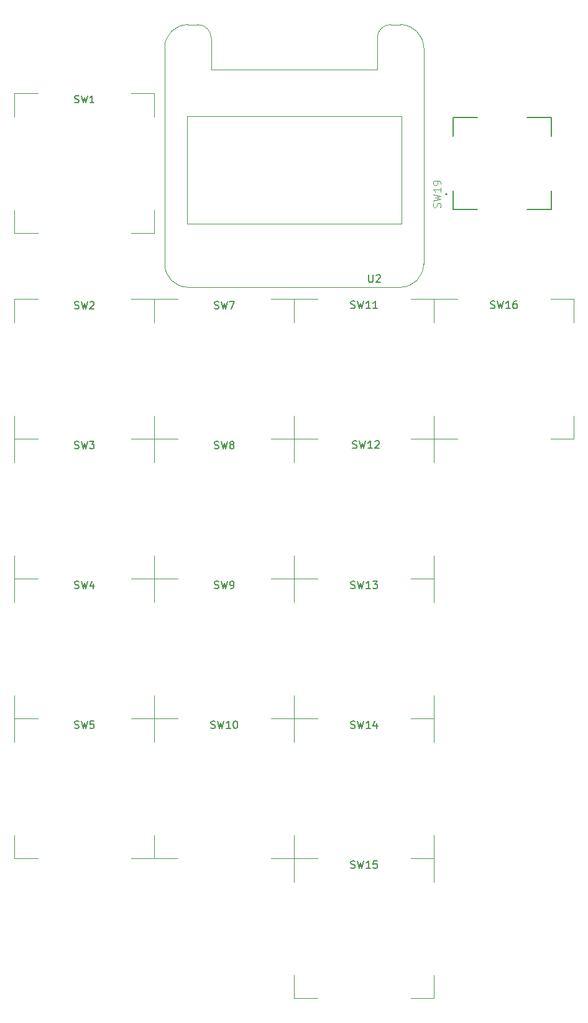
<source format=gbr>
%TF.GenerationSoftware,KiCad,Pcbnew,(5.1.6)-1*%
%TF.CreationDate,2021-03-03T01:18:26-05:00*%
%TF.ProjectId,Numpadulator,4e756d70-6164-4756-9c61-746f722e6b69,rev?*%
%TF.SameCoordinates,Original*%
%TF.FileFunction,Legend,Top*%
%TF.FilePolarity,Positive*%
%FSLAX46Y46*%
G04 Gerber Fmt 4.6, Leading zero omitted, Abs format (unit mm)*
G04 Created by KiCad (PCBNEW (5.1.6)-1) date 2021-03-03 01:18:26*
%MOMM*%
%LPD*%
G01*
G04 APERTURE LIST*
%ADD10C,0.120000*%
%ADD11C,0.127000*%
%ADD12C,0.200000*%
%ADD13C,0.150000*%
%ADD14C,0.015000*%
G04 APERTURE END LIST*
D10*
%TO.C,SW16*%
X128587500Y-74612500D02*
X130175000Y-74612500D01*
X130175000Y-74612500D02*
X130175000Y-76200000D01*
X128587500Y-74612500D02*
X127000000Y-74612500D01*
X130175000Y-76200000D02*
X130175000Y-77787500D01*
X130175000Y-93662500D02*
X130175000Y-90487500D01*
X130175000Y-93662500D02*
X127000000Y-93662500D01*
X111125000Y-93662500D02*
X114300000Y-93662500D01*
X111125000Y-93662500D02*
X111125000Y-90487500D01*
X111125000Y-74612500D02*
X114300000Y-74612500D01*
X111125000Y-74612500D02*
X111125000Y-77787500D01*
%TO.C,SW2*%
X71437500Y-74612500D02*
X73025000Y-74612500D01*
X73025000Y-74612500D02*
X73025000Y-76200000D01*
X71437500Y-74612500D02*
X69850000Y-74612500D01*
X73025000Y-76200000D02*
X73025000Y-77787500D01*
X73025000Y-93662500D02*
X73025000Y-90487500D01*
X73025000Y-93662500D02*
X69850000Y-93662500D01*
X53975000Y-93662500D02*
X57150000Y-93662500D01*
X53975000Y-93662500D02*
X53975000Y-90487500D01*
X53975000Y-74612500D02*
X57150000Y-74612500D01*
X53975000Y-74612500D02*
X53975000Y-77787500D01*
%TO.C,SW1*%
X71437500Y-46609000D02*
X73025000Y-46609000D01*
X73025000Y-46609000D02*
X73025000Y-48196500D01*
X71437500Y-46609000D02*
X69850000Y-46609000D01*
X73025000Y-48196500D02*
X73025000Y-49784000D01*
X73025000Y-65659000D02*
X73025000Y-62484000D01*
X73025000Y-65659000D02*
X69850000Y-65659000D01*
X53975000Y-65659000D02*
X57150000Y-65659000D01*
X53975000Y-65659000D02*
X53975000Y-62484000D01*
X53975000Y-46609000D02*
X57150000Y-46609000D01*
X53975000Y-46609000D02*
X53975000Y-49784000D01*
%TO.C,SW12*%
X109537500Y-93662500D02*
X111125000Y-93662500D01*
X111125000Y-93662500D02*
X111125000Y-95250000D01*
X109537500Y-93662500D02*
X107950000Y-93662500D01*
X111125000Y-95250000D02*
X111125000Y-96837500D01*
X111125000Y-112712500D02*
X111125000Y-109537500D01*
X111125000Y-112712500D02*
X107950000Y-112712500D01*
X92075000Y-112712500D02*
X95250000Y-112712500D01*
X92075000Y-112712500D02*
X92075000Y-109537500D01*
X92075000Y-93662500D02*
X95250000Y-93662500D01*
X92075000Y-93662500D02*
X92075000Y-96837500D01*
D11*
%TO.C,SW19*%
X116996000Y-62384000D02*
X113696000Y-62384000D01*
X113696000Y-62384000D02*
X113696000Y-59834000D01*
X113696000Y-52434000D02*
X113696000Y-49884000D01*
X113696000Y-49884000D02*
X116996000Y-49884000D01*
X123796000Y-62384000D02*
X127096000Y-62384000D01*
X127096000Y-62384000D02*
X127096000Y-59834000D01*
X127096000Y-52434000D02*
X127096000Y-49884000D01*
X127096000Y-49884000D02*
X123796000Y-49884000D01*
D12*
X112896000Y-60334000D02*
G75*
G03*
X112896000Y-60334000I-100000J0D01*
G01*
D10*
%TO.C,SW15*%
X109537500Y-150812500D02*
X111125000Y-150812500D01*
X111125000Y-150812500D02*
X111125000Y-152400000D01*
X109537500Y-150812500D02*
X107950000Y-150812500D01*
X111125000Y-152400000D02*
X111125000Y-153987500D01*
X111125000Y-169862500D02*
X111125000Y-166687500D01*
X111125000Y-169862500D02*
X107950000Y-169862500D01*
X92075000Y-169862500D02*
X95250000Y-169862500D01*
X92075000Y-169862500D02*
X92075000Y-166687500D01*
X92075000Y-150812500D02*
X95250000Y-150812500D01*
X92075000Y-150812500D02*
X92075000Y-153987500D01*
%TO.C,SW14*%
X109537500Y-131762500D02*
X111125000Y-131762500D01*
X111125000Y-131762500D02*
X111125000Y-133350000D01*
X109537500Y-131762500D02*
X107950000Y-131762500D01*
X111125000Y-133350000D02*
X111125000Y-134937500D01*
X111125000Y-150812500D02*
X111125000Y-147637500D01*
X111125000Y-150812500D02*
X107950000Y-150812500D01*
X92075000Y-150812500D02*
X95250000Y-150812500D01*
X92075000Y-150812500D02*
X92075000Y-147637500D01*
X92075000Y-131762500D02*
X95250000Y-131762500D01*
X92075000Y-131762500D02*
X92075000Y-134937500D01*
%TO.C,SW13*%
X109537500Y-112712500D02*
X111125000Y-112712500D01*
X111125000Y-112712500D02*
X111125000Y-114300000D01*
X109537500Y-112712500D02*
X107950000Y-112712500D01*
X111125000Y-114300000D02*
X111125000Y-115887500D01*
X111125000Y-131762500D02*
X111125000Y-128587500D01*
X111125000Y-131762500D02*
X107950000Y-131762500D01*
X92075000Y-131762500D02*
X95250000Y-131762500D01*
X92075000Y-131762500D02*
X92075000Y-128587500D01*
X92075000Y-112712500D02*
X95250000Y-112712500D01*
X92075000Y-112712500D02*
X92075000Y-115887500D01*
%TO.C,SW11*%
X109537500Y-74612500D02*
X111125000Y-74612500D01*
X111125000Y-74612500D02*
X111125000Y-76200000D01*
X109537500Y-74612500D02*
X107950000Y-74612500D01*
X111125000Y-76200000D02*
X111125000Y-77787500D01*
X111125000Y-93662500D02*
X111125000Y-90487500D01*
X111125000Y-93662500D02*
X107950000Y-93662500D01*
X92075000Y-93662500D02*
X95250000Y-93662500D01*
X92075000Y-93662500D02*
X92075000Y-90487500D01*
X92075000Y-74612500D02*
X95250000Y-74612500D01*
X92075000Y-74612500D02*
X92075000Y-77787500D01*
%TO.C,SW10*%
X90487500Y-131762500D02*
X92075000Y-131762500D01*
X92075000Y-131762500D02*
X92075000Y-133350000D01*
X90487500Y-131762500D02*
X88900000Y-131762500D01*
X92075000Y-133350000D02*
X92075000Y-134937500D01*
X92075000Y-150812500D02*
X92075000Y-147637500D01*
X92075000Y-150812500D02*
X88900000Y-150812500D01*
X73025000Y-150812500D02*
X76200000Y-150812500D01*
X73025000Y-150812500D02*
X73025000Y-147637500D01*
X73025000Y-131762500D02*
X76200000Y-131762500D01*
X73025000Y-131762500D02*
X73025000Y-134937500D01*
%TO.C,SW9*%
X90487500Y-112712500D02*
X92075000Y-112712500D01*
X92075000Y-112712500D02*
X92075000Y-114300000D01*
X90487500Y-112712500D02*
X88900000Y-112712500D01*
X92075000Y-114300000D02*
X92075000Y-115887500D01*
X92075000Y-131762500D02*
X92075000Y-128587500D01*
X92075000Y-131762500D02*
X88900000Y-131762500D01*
X73025000Y-131762500D02*
X76200000Y-131762500D01*
X73025000Y-131762500D02*
X73025000Y-128587500D01*
X73025000Y-112712500D02*
X76200000Y-112712500D01*
X73025000Y-112712500D02*
X73025000Y-115887500D01*
%TO.C,SW8*%
X90487500Y-93662500D02*
X92075000Y-93662500D01*
X92075000Y-93662500D02*
X92075000Y-95250000D01*
X90487500Y-93662500D02*
X88900000Y-93662500D01*
X92075000Y-95250000D02*
X92075000Y-96837500D01*
X92075000Y-112712500D02*
X92075000Y-109537500D01*
X92075000Y-112712500D02*
X88900000Y-112712500D01*
X73025000Y-112712500D02*
X76200000Y-112712500D01*
X73025000Y-112712500D02*
X73025000Y-109537500D01*
X73025000Y-93662500D02*
X76200000Y-93662500D01*
X73025000Y-93662500D02*
X73025000Y-96837500D01*
%TO.C,SW7*%
X90487500Y-74612500D02*
X92075000Y-74612500D01*
X92075000Y-74612500D02*
X92075000Y-76200000D01*
X90487500Y-74612500D02*
X88900000Y-74612500D01*
X92075000Y-76200000D02*
X92075000Y-77787500D01*
X92075000Y-93662500D02*
X92075000Y-90487500D01*
X92075000Y-93662500D02*
X88900000Y-93662500D01*
X73025000Y-93662500D02*
X76200000Y-93662500D01*
X73025000Y-93662500D02*
X73025000Y-90487500D01*
X73025000Y-74612500D02*
X76200000Y-74612500D01*
X73025000Y-74612500D02*
X73025000Y-77787500D01*
%TO.C,SW5*%
X71437500Y-131762500D02*
X73025000Y-131762500D01*
X73025000Y-131762500D02*
X73025000Y-133350000D01*
X71437500Y-131762500D02*
X69850000Y-131762500D01*
X73025000Y-133350000D02*
X73025000Y-134937500D01*
X73025000Y-150812500D02*
X73025000Y-147637500D01*
X73025000Y-150812500D02*
X69850000Y-150812500D01*
X53975000Y-150812500D02*
X57150000Y-150812500D01*
X53975000Y-150812500D02*
X53975000Y-147637500D01*
X53975000Y-131762500D02*
X57150000Y-131762500D01*
X53975000Y-131762500D02*
X53975000Y-134937500D01*
%TO.C,SW4*%
X71437500Y-112712500D02*
X73025000Y-112712500D01*
X73025000Y-112712500D02*
X73025000Y-114300000D01*
X71437500Y-112712500D02*
X69850000Y-112712500D01*
X73025000Y-114300000D02*
X73025000Y-115887500D01*
X73025000Y-131762500D02*
X73025000Y-128587500D01*
X73025000Y-131762500D02*
X69850000Y-131762500D01*
X53975000Y-131762500D02*
X57150000Y-131762500D01*
X53975000Y-131762500D02*
X53975000Y-128587500D01*
X53975000Y-112712500D02*
X57150000Y-112712500D01*
X53975000Y-112712500D02*
X53975000Y-115887500D01*
%TO.C,SW3*%
X71437500Y-93662500D02*
X73025000Y-93662500D01*
X73025000Y-93662500D02*
X73025000Y-95250000D01*
X71437500Y-93662500D02*
X69850000Y-93662500D01*
X73025000Y-95250000D02*
X73025000Y-96837500D01*
X73025000Y-112712500D02*
X73025000Y-109537500D01*
X73025000Y-112712500D02*
X69850000Y-112712500D01*
X53975000Y-112712500D02*
X57150000Y-112712500D01*
X53975000Y-112712500D02*
X53975000Y-109537500D01*
X53975000Y-93662500D02*
X57150000Y-93662500D01*
X53975000Y-93662500D02*
X53975000Y-96837500D01*
%TO.C,U2*%
X106663000Y-64372000D02*
X77487000Y-64372000D01*
X77487000Y-64372000D02*
X77487000Y-49674000D01*
X106663000Y-64372000D02*
X106663000Y-49674000D01*
X103395000Y-43324000D02*
X103395000Y-39036000D01*
X105203000Y-37228000D02*
X106555000Y-37228000D01*
X109711000Y-69850000D02*
X109711000Y-40386000D01*
X77597000Y-73008000D02*
X106553000Y-73008000D01*
X80755000Y-43324000D02*
X80755000Y-39036000D01*
X74439000Y-69850000D02*
X74439000Y-40386000D01*
X103395000Y-43324000D02*
X80755000Y-43324000D01*
X78947000Y-37228000D02*
X77595000Y-37228000D01*
X106663000Y-49674000D02*
X77487000Y-49674000D01*
X105201000Y-37228000D02*
G75*
G03*
X103395000Y-39038000I2000J-1808000D01*
G01*
X106553000Y-37228000D02*
G75*
G02*
X109711000Y-40386000I0J-3158000D01*
G01*
X109711000Y-69850000D02*
G75*
G02*
X106553000Y-73008000I-3158000J0D01*
G01*
X74439000Y-69850000D02*
G75*
G03*
X77597000Y-73008000I3158000J0D01*
G01*
X78949000Y-37228000D02*
G75*
G02*
X80755000Y-39038000I-2000J-1808000D01*
G01*
X77597000Y-37228000D02*
G75*
G03*
X74439000Y-40386000I0J-3158000D01*
G01*
%TO.C,SW16*%
D13*
X118840476Y-75842761D02*
X118983333Y-75890380D01*
X119221428Y-75890380D01*
X119316666Y-75842761D01*
X119364285Y-75795142D01*
X119411904Y-75699904D01*
X119411904Y-75604666D01*
X119364285Y-75509428D01*
X119316666Y-75461809D01*
X119221428Y-75414190D01*
X119030952Y-75366571D01*
X118935714Y-75318952D01*
X118888095Y-75271333D01*
X118840476Y-75176095D01*
X118840476Y-75080857D01*
X118888095Y-74985619D01*
X118935714Y-74938000D01*
X119030952Y-74890380D01*
X119269047Y-74890380D01*
X119411904Y-74938000D01*
X119745238Y-74890380D02*
X119983333Y-75890380D01*
X120173809Y-75176095D01*
X120364285Y-75890380D01*
X120602380Y-74890380D01*
X121507142Y-75890380D02*
X120935714Y-75890380D01*
X121221428Y-75890380D02*
X121221428Y-74890380D01*
X121126190Y-75033238D01*
X121030952Y-75128476D01*
X120935714Y-75176095D01*
X122364285Y-74890380D02*
X122173809Y-74890380D01*
X122078571Y-74938000D01*
X122030952Y-74985619D01*
X121935714Y-75128476D01*
X121888095Y-75318952D01*
X121888095Y-75699904D01*
X121935714Y-75795142D01*
X121983333Y-75842761D01*
X122078571Y-75890380D01*
X122269047Y-75890380D01*
X122364285Y-75842761D01*
X122411904Y-75795142D01*
X122459523Y-75699904D01*
X122459523Y-75461809D01*
X122411904Y-75366571D01*
X122364285Y-75318952D01*
X122269047Y-75271333D01*
X122078571Y-75271333D01*
X121983333Y-75318952D01*
X121935714Y-75366571D01*
X121888095Y-75461809D01*
%TO.C,SW2*%
X62166666Y-75906261D02*
X62309523Y-75953880D01*
X62547619Y-75953880D01*
X62642857Y-75906261D01*
X62690476Y-75858642D01*
X62738095Y-75763404D01*
X62738095Y-75668166D01*
X62690476Y-75572928D01*
X62642857Y-75525309D01*
X62547619Y-75477690D01*
X62357142Y-75430071D01*
X62261904Y-75382452D01*
X62214285Y-75334833D01*
X62166666Y-75239595D01*
X62166666Y-75144357D01*
X62214285Y-75049119D01*
X62261904Y-75001500D01*
X62357142Y-74953880D01*
X62595238Y-74953880D01*
X62738095Y-75001500D01*
X63071428Y-74953880D02*
X63309523Y-75953880D01*
X63500000Y-75239595D01*
X63690476Y-75953880D01*
X63928571Y-74953880D01*
X64261904Y-75049119D02*
X64309523Y-75001500D01*
X64404761Y-74953880D01*
X64642857Y-74953880D01*
X64738095Y-75001500D01*
X64785714Y-75049119D01*
X64833333Y-75144357D01*
X64833333Y-75239595D01*
X64785714Y-75382452D01*
X64214285Y-75953880D01*
X64833333Y-75953880D01*
%TO.C,SW1*%
X62166666Y-47839261D02*
X62309523Y-47886880D01*
X62547619Y-47886880D01*
X62642857Y-47839261D01*
X62690476Y-47791642D01*
X62738095Y-47696404D01*
X62738095Y-47601166D01*
X62690476Y-47505928D01*
X62642857Y-47458309D01*
X62547619Y-47410690D01*
X62357142Y-47363071D01*
X62261904Y-47315452D01*
X62214285Y-47267833D01*
X62166666Y-47172595D01*
X62166666Y-47077357D01*
X62214285Y-46982119D01*
X62261904Y-46934500D01*
X62357142Y-46886880D01*
X62595238Y-46886880D01*
X62738095Y-46934500D01*
X63071428Y-46886880D02*
X63309523Y-47886880D01*
X63500000Y-47172595D01*
X63690476Y-47886880D01*
X63928571Y-46886880D01*
X64833333Y-47886880D02*
X64261904Y-47886880D01*
X64547619Y-47886880D02*
X64547619Y-46886880D01*
X64452380Y-47029738D01*
X64357142Y-47124976D01*
X64261904Y-47172595D01*
%TO.C,SW12*%
X100044476Y-94892761D02*
X100187333Y-94940380D01*
X100425428Y-94940380D01*
X100520666Y-94892761D01*
X100568285Y-94845142D01*
X100615904Y-94749904D01*
X100615904Y-94654666D01*
X100568285Y-94559428D01*
X100520666Y-94511809D01*
X100425428Y-94464190D01*
X100234952Y-94416571D01*
X100139714Y-94368952D01*
X100092095Y-94321333D01*
X100044476Y-94226095D01*
X100044476Y-94130857D01*
X100092095Y-94035619D01*
X100139714Y-93988000D01*
X100234952Y-93940380D01*
X100473047Y-93940380D01*
X100615904Y-93988000D01*
X100949238Y-93940380D02*
X101187333Y-94940380D01*
X101377809Y-94226095D01*
X101568285Y-94940380D01*
X101806380Y-93940380D01*
X102711142Y-94940380D02*
X102139714Y-94940380D01*
X102425428Y-94940380D02*
X102425428Y-93940380D01*
X102330190Y-94083238D01*
X102234952Y-94178476D01*
X102139714Y-94226095D01*
X103092095Y-94035619D02*
X103139714Y-93988000D01*
X103234952Y-93940380D01*
X103473047Y-93940380D01*
X103568285Y-93988000D01*
X103615904Y-94035619D01*
X103663523Y-94130857D01*
X103663523Y-94226095D01*
X103615904Y-94368952D01*
X103044476Y-94940380D01*
X103663523Y-94940380D01*
%TO.C,SW19*%
D14*
X111965761Y-62118523D02*
X112013380Y-61975666D01*
X112013380Y-61737571D01*
X111965761Y-61642333D01*
X111918142Y-61594714D01*
X111822904Y-61547095D01*
X111727666Y-61547095D01*
X111632428Y-61594714D01*
X111584809Y-61642333D01*
X111537190Y-61737571D01*
X111489571Y-61928047D01*
X111441952Y-62023285D01*
X111394333Y-62070904D01*
X111299095Y-62118523D01*
X111203857Y-62118523D01*
X111108619Y-62070904D01*
X111061000Y-62023285D01*
X111013380Y-61928047D01*
X111013380Y-61689952D01*
X111061000Y-61547095D01*
X111013380Y-61213761D02*
X112013380Y-60975666D01*
X111299095Y-60785190D01*
X112013380Y-60594714D01*
X111013380Y-60356619D01*
X112013380Y-59451857D02*
X112013380Y-60023285D01*
X112013380Y-59737571D02*
X111013380Y-59737571D01*
X111156238Y-59832809D01*
X111251476Y-59928047D01*
X111299095Y-60023285D01*
X112013380Y-58975666D02*
X112013380Y-58785190D01*
X111965761Y-58689952D01*
X111918142Y-58642333D01*
X111775285Y-58547095D01*
X111584809Y-58499476D01*
X111203857Y-58499476D01*
X111108619Y-58547095D01*
X111061000Y-58594714D01*
X111013380Y-58689952D01*
X111013380Y-58880428D01*
X111061000Y-58975666D01*
X111108619Y-59023285D01*
X111203857Y-59070904D01*
X111441952Y-59070904D01*
X111537190Y-59023285D01*
X111584809Y-58975666D01*
X111632428Y-58880428D01*
X111632428Y-58689952D01*
X111584809Y-58594714D01*
X111537190Y-58547095D01*
X111441952Y-58499476D01*
%TO.C,SW15*%
D13*
X99790476Y-152106261D02*
X99933333Y-152153880D01*
X100171428Y-152153880D01*
X100266666Y-152106261D01*
X100314285Y-152058642D01*
X100361904Y-151963404D01*
X100361904Y-151868166D01*
X100314285Y-151772928D01*
X100266666Y-151725309D01*
X100171428Y-151677690D01*
X99980952Y-151630071D01*
X99885714Y-151582452D01*
X99838095Y-151534833D01*
X99790476Y-151439595D01*
X99790476Y-151344357D01*
X99838095Y-151249119D01*
X99885714Y-151201500D01*
X99980952Y-151153880D01*
X100219047Y-151153880D01*
X100361904Y-151201500D01*
X100695238Y-151153880D02*
X100933333Y-152153880D01*
X101123809Y-151439595D01*
X101314285Y-152153880D01*
X101552380Y-151153880D01*
X102457142Y-152153880D02*
X101885714Y-152153880D01*
X102171428Y-152153880D02*
X102171428Y-151153880D01*
X102076190Y-151296738D01*
X101980952Y-151391976D01*
X101885714Y-151439595D01*
X103361904Y-151153880D02*
X102885714Y-151153880D01*
X102838095Y-151630071D01*
X102885714Y-151582452D01*
X102980952Y-151534833D01*
X103219047Y-151534833D01*
X103314285Y-151582452D01*
X103361904Y-151630071D01*
X103409523Y-151725309D01*
X103409523Y-151963404D01*
X103361904Y-152058642D01*
X103314285Y-152106261D01*
X103219047Y-152153880D01*
X102980952Y-152153880D01*
X102885714Y-152106261D01*
X102838095Y-152058642D01*
%TO.C,SW14*%
X99790476Y-133056261D02*
X99933333Y-133103880D01*
X100171428Y-133103880D01*
X100266666Y-133056261D01*
X100314285Y-133008642D01*
X100361904Y-132913404D01*
X100361904Y-132818166D01*
X100314285Y-132722928D01*
X100266666Y-132675309D01*
X100171428Y-132627690D01*
X99980952Y-132580071D01*
X99885714Y-132532452D01*
X99838095Y-132484833D01*
X99790476Y-132389595D01*
X99790476Y-132294357D01*
X99838095Y-132199119D01*
X99885714Y-132151500D01*
X99980952Y-132103880D01*
X100219047Y-132103880D01*
X100361904Y-132151500D01*
X100695238Y-132103880D02*
X100933333Y-133103880D01*
X101123809Y-132389595D01*
X101314285Y-133103880D01*
X101552380Y-132103880D01*
X102457142Y-133103880D02*
X101885714Y-133103880D01*
X102171428Y-133103880D02*
X102171428Y-132103880D01*
X102076190Y-132246738D01*
X101980952Y-132341976D01*
X101885714Y-132389595D01*
X103314285Y-132437214D02*
X103314285Y-133103880D01*
X103076190Y-132056261D02*
X102838095Y-132770547D01*
X103457142Y-132770547D01*
%TO.C,SW13*%
X99790476Y-114006261D02*
X99933333Y-114053880D01*
X100171428Y-114053880D01*
X100266666Y-114006261D01*
X100314285Y-113958642D01*
X100361904Y-113863404D01*
X100361904Y-113768166D01*
X100314285Y-113672928D01*
X100266666Y-113625309D01*
X100171428Y-113577690D01*
X99980952Y-113530071D01*
X99885714Y-113482452D01*
X99838095Y-113434833D01*
X99790476Y-113339595D01*
X99790476Y-113244357D01*
X99838095Y-113149119D01*
X99885714Y-113101500D01*
X99980952Y-113053880D01*
X100219047Y-113053880D01*
X100361904Y-113101500D01*
X100695238Y-113053880D02*
X100933333Y-114053880D01*
X101123809Y-113339595D01*
X101314285Y-114053880D01*
X101552380Y-113053880D01*
X102457142Y-114053880D02*
X101885714Y-114053880D01*
X102171428Y-114053880D02*
X102171428Y-113053880D01*
X102076190Y-113196738D01*
X101980952Y-113291976D01*
X101885714Y-113339595D01*
X102790476Y-113053880D02*
X103409523Y-113053880D01*
X103076190Y-113434833D01*
X103219047Y-113434833D01*
X103314285Y-113482452D01*
X103361904Y-113530071D01*
X103409523Y-113625309D01*
X103409523Y-113863404D01*
X103361904Y-113958642D01*
X103314285Y-114006261D01*
X103219047Y-114053880D01*
X102933333Y-114053880D01*
X102838095Y-114006261D01*
X102790476Y-113958642D01*
%TO.C,SW11*%
X99790476Y-75842761D02*
X99933333Y-75890380D01*
X100171428Y-75890380D01*
X100266666Y-75842761D01*
X100314285Y-75795142D01*
X100361904Y-75699904D01*
X100361904Y-75604666D01*
X100314285Y-75509428D01*
X100266666Y-75461809D01*
X100171428Y-75414190D01*
X99980952Y-75366571D01*
X99885714Y-75318952D01*
X99838095Y-75271333D01*
X99790476Y-75176095D01*
X99790476Y-75080857D01*
X99838095Y-74985619D01*
X99885714Y-74938000D01*
X99980952Y-74890380D01*
X100219047Y-74890380D01*
X100361904Y-74938000D01*
X100695238Y-74890380D02*
X100933333Y-75890380D01*
X101123809Y-75176095D01*
X101314285Y-75890380D01*
X101552380Y-74890380D01*
X102457142Y-75890380D02*
X101885714Y-75890380D01*
X102171428Y-75890380D02*
X102171428Y-74890380D01*
X102076190Y-75033238D01*
X101980952Y-75128476D01*
X101885714Y-75176095D01*
X103409523Y-75890380D02*
X102838095Y-75890380D01*
X103123809Y-75890380D02*
X103123809Y-74890380D01*
X103028571Y-75033238D01*
X102933333Y-75128476D01*
X102838095Y-75176095D01*
%TO.C,SW10*%
X80740476Y-133056261D02*
X80883333Y-133103880D01*
X81121428Y-133103880D01*
X81216666Y-133056261D01*
X81264285Y-133008642D01*
X81311904Y-132913404D01*
X81311904Y-132818166D01*
X81264285Y-132722928D01*
X81216666Y-132675309D01*
X81121428Y-132627690D01*
X80930952Y-132580071D01*
X80835714Y-132532452D01*
X80788095Y-132484833D01*
X80740476Y-132389595D01*
X80740476Y-132294357D01*
X80788095Y-132199119D01*
X80835714Y-132151500D01*
X80930952Y-132103880D01*
X81169047Y-132103880D01*
X81311904Y-132151500D01*
X81645238Y-132103880D02*
X81883333Y-133103880D01*
X82073809Y-132389595D01*
X82264285Y-133103880D01*
X82502380Y-132103880D01*
X83407142Y-133103880D02*
X82835714Y-133103880D01*
X83121428Y-133103880D02*
X83121428Y-132103880D01*
X83026190Y-132246738D01*
X82930952Y-132341976D01*
X82835714Y-132389595D01*
X84026190Y-132103880D02*
X84121428Y-132103880D01*
X84216666Y-132151500D01*
X84264285Y-132199119D01*
X84311904Y-132294357D01*
X84359523Y-132484833D01*
X84359523Y-132722928D01*
X84311904Y-132913404D01*
X84264285Y-133008642D01*
X84216666Y-133056261D01*
X84121428Y-133103880D01*
X84026190Y-133103880D01*
X83930952Y-133056261D01*
X83883333Y-133008642D01*
X83835714Y-132913404D01*
X83788095Y-132722928D01*
X83788095Y-132484833D01*
X83835714Y-132294357D01*
X83883333Y-132199119D01*
X83930952Y-132151500D01*
X84026190Y-132103880D01*
%TO.C,SW9*%
X81216666Y-114006261D02*
X81359523Y-114053880D01*
X81597619Y-114053880D01*
X81692857Y-114006261D01*
X81740476Y-113958642D01*
X81788095Y-113863404D01*
X81788095Y-113768166D01*
X81740476Y-113672928D01*
X81692857Y-113625309D01*
X81597619Y-113577690D01*
X81407142Y-113530071D01*
X81311904Y-113482452D01*
X81264285Y-113434833D01*
X81216666Y-113339595D01*
X81216666Y-113244357D01*
X81264285Y-113149119D01*
X81311904Y-113101500D01*
X81407142Y-113053880D01*
X81645238Y-113053880D01*
X81788095Y-113101500D01*
X82121428Y-113053880D02*
X82359523Y-114053880D01*
X82550000Y-113339595D01*
X82740476Y-114053880D01*
X82978571Y-113053880D01*
X83407142Y-114053880D02*
X83597619Y-114053880D01*
X83692857Y-114006261D01*
X83740476Y-113958642D01*
X83835714Y-113815785D01*
X83883333Y-113625309D01*
X83883333Y-113244357D01*
X83835714Y-113149119D01*
X83788095Y-113101500D01*
X83692857Y-113053880D01*
X83502380Y-113053880D01*
X83407142Y-113101500D01*
X83359523Y-113149119D01*
X83311904Y-113244357D01*
X83311904Y-113482452D01*
X83359523Y-113577690D01*
X83407142Y-113625309D01*
X83502380Y-113672928D01*
X83692857Y-113672928D01*
X83788095Y-113625309D01*
X83835714Y-113577690D01*
X83883333Y-113482452D01*
%TO.C,SW8*%
X81216666Y-94956261D02*
X81359523Y-95003880D01*
X81597619Y-95003880D01*
X81692857Y-94956261D01*
X81740476Y-94908642D01*
X81788095Y-94813404D01*
X81788095Y-94718166D01*
X81740476Y-94622928D01*
X81692857Y-94575309D01*
X81597619Y-94527690D01*
X81407142Y-94480071D01*
X81311904Y-94432452D01*
X81264285Y-94384833D01*
X81216666Y-94289595D01*
X81216666Y-94194357D01*
X81264285Y-94099119D01*
X81311904Y-94051500D01*
X81407142Y-94003880D01*
X81645238Y-94003880D01*
X81788095Y-94051500D01*
X82121428Y-94003880D02*
X82359523Y-95003880D01*
X82550000Y-94289595D01*
X82740476Y-95003880D01*
X82978571Y-94003880D01*
X83502380Y-94432452D02*
X83407142Y-94384833D01*
X83359523Y-94337214D01*
X83311904Y-94241976D01*
X83311904Y-94194357D01*
X83359523Y-94099119D01*
X83407142Y-94051500D01*
X83502380Y-94003880D01*
X83692857Y-94003880D01*
X83788095Y-94051500D01*
X83835714Y-94099119D01*
X83883333Y-94194357D01*
X83883333Y-94241976D01*
X83835714Y-94337214D01*
X83788095Y-94384833D01*
X83692857Y-94432452D01*
X83502380Y-94432452D01*
X83407142Y-94480071D01*
X83359523Y-94527690D01*
X83311904Y-94622928D01*
X83311904Y-94813404D01*
X83359523Y-94908642D01*
X83407142Y-94956261D01*
X83502380Y-95003880D01*
X83692857Y-95003880D01*
X83788095Y-94956261D01*
X83835714Y-94908642D01*
X83883333Y-94813404D01*
X83883333Y-94622928D01*
X83835714Y-94527690D01*
X83788095Y-94480071D01*
X83692857Y-94432452D01*
%TO.C,SW7*%
X81216666Y-75906261D02*
X81359523Y-75953880D01*
X81597619Y-75953880D01*
X81692857Y-75906261D01*
X81740476Y-75858642D01*
X81788095Y-75763404D01*
X81788095Y-75668166D01*
X81740476Y-75572928D01*
X81692857Y-75525309D01*
X81597619Y-75477690D01*
X81407142Y-75430071D01*
X81311904Y-75382452D01*
X81264285Y-75334833D01*
X81216666Y-75239595D01*
X81216666Y-75144357D01*
X81264285Y-75049119D01*
X81311904Y-75001500D01*
X81407142Y-74953880D01*
X81645238Y-74953880D01*
X81788095Y-75001500D01*
X82121428Y-74953880D02*
X82359523Y-75953880D01*
X82550000Y-75239595D01*
X82740476Y-75953880D01*
X82978571Y-74953880D01*
X83264285Y-74953880D02*
X83930952Y-74953880D01*
X83502380Y-75953880D01*
%TO.C,SW5*%
X62166666Y-133056261D02*
X62309523Y-133103880D01*
X62547619Y-133103880D01*
X62642857Y-133056261D01*
X62690476Y-133008642D01*
X62738095Y-132913404D01*
X62738095Y-132818166D01*
X62690476Y-132722928D01*
X62642857Y-132675309D01*
X62547619Y-132627690D01*
X62357142Y-132580071D01*
X62261904Y-132532452D01*
X62214285Y-132484833D01*
X62166666Y-132389595D01*
X62166666Y-132294357D01*
X62214285Y-132199119D01*
X62261904Y-132151500D01*
X62357142Y-132103880D01*
X62595238Y-132103880D01*
X62738095Y-132151500D01*
X63071428Y-132103880D02*
X63309523Y-133103880D01*
X63500000Y-132389595D01*
X63690476Y-133103880D01*
X63928571Y-132103880D01*
X64785714Y-132103880D02*
X64309523Y-132103880D01*
X64261904Y-132580071D01*
X64309523Y-132532452D01*
X64404761Y-132484833D01*
X64642857Y-132484833D01*
X64738095Y-132532452D01*
X64785714Y-132580071D01*
X64833333Y-132675309D01*
X64833333Y-132913404D01*
X64785714Y-133008642D01*
X64738095Y-133056261D01*
X64642857Y-133103880D01*
X64404761Y-133103880D01*
X64309523Y-133056261D01*
X64261904Y-133008642D01*
%TO.C,SW4*%
X62166666Y-114006261D02*
X62309523Y-114053880D01*
X62547619Y-114053880D01*
X62642857Y-114006261D01*
X62690476Y-113958642D01*
X62738095Y-113863404D01*
X62738095Y-113768166D01*
X62690476Y-113672928D01*
X62642857Y-113625309D01*
X62547619Y-113577690D01*
X62357142Y-113530071D01*
X62261904Y-113482452D01*
X62214285Y-113434833D01*
X62166666Y-113339595D01*
X62166666Y-113244357D01*
X62214285Y-113149119D01*
X62261904Y-113101500D01*
X62357142Y-113053880D01*
X62595238Y-113053880D01*
X62738095Y-113101500D01*
X63071428Y-113053880D02*
X63309523Y-114053880D01*
X63500000Y-113339595D01*
X63690476Y-114053880D01*
X63928571Y-113053880D01*
X64738095Y-113387214D02*
X64738095Y-114053880D01*
X64500000Y-113006261D02*
X64261904Y-113720547D01*
X64880952Y-113720547D01*
%TO.C,SW3*%
X62166666Y-94956261D02*
X62309523Y-95003880D01*
X62547619Y-95003880D01*
X62642857Y-94956261D01*
X62690476Y-94908642D01*
X62738095Y-94813404D01*
X62738095Y-94718166D01*
X62690476Y-94622928D01*
X62642857Y-94575309D01*
X62547619Y-94527690D01*
X62357142Y-94480071D01*
X62261904Y-94432452D01*
X62214285Y-94384833D01*
X62166666Y-94289595D01*
X62166666Y-94194357D01*
X62214285Y-94099119D01*
X62261904Y-94051500D01*
X62357142Y-94003880D01*
X62595238Y-94003880D01*
X62738095Y-94051500D01*
X63071428Y-94003880D02*
X63309523Y-95003880D01*
X63500000Y-94289595D01*
X63690476Y-95003880D01*
X63928571Y-94003880D01*
X64214285Y-94003880D02*
X64833333Y-94003880D01*
X64500000Y-94384833D01*
X64642857Y-94384833D01*
X64738095Y-94432452D01*
X64785714Y-94480071D01*
X64833333Y-94575309D01*
X64833333Y-94813404D01*
X64785714Y-94908642D01*
X64738095Y-94956261D01*
X64642857Y-95003880D01*
X64357142Y-95003880D01*
X64261904Y-94956261D01*
X64214285Y-94908642D01*
%TO.C,U2*%
X102235095Y-71334380D02*
X102235095Y-72143904D01*
X102282714Y-72239142D01*
X102330333Y-72286761D01*
X102425571Y-72334380D01*
X102616047Y-72334380D01*
X102711285Y-72286761D01*
X102758904Y-72239142D01*
X102806523Y-72143904D01*
X102806523Y-71334380D01*
X103235095Y-71429619D02*
X103282714Y-71382000D01*
X103377952Y-71334380D01*
X103616047Y-71334380D01*
X103711285Y-71382000D01*
X103758904Y-71429619D01*
X103806523Y-71524857D01*
X103806523Y-71620095D01*
X103758904Y-71762952D01*
X103187476Y-72334380D01*
X103806523Y-72334380D01*
%TD*%
M02*

</source>
